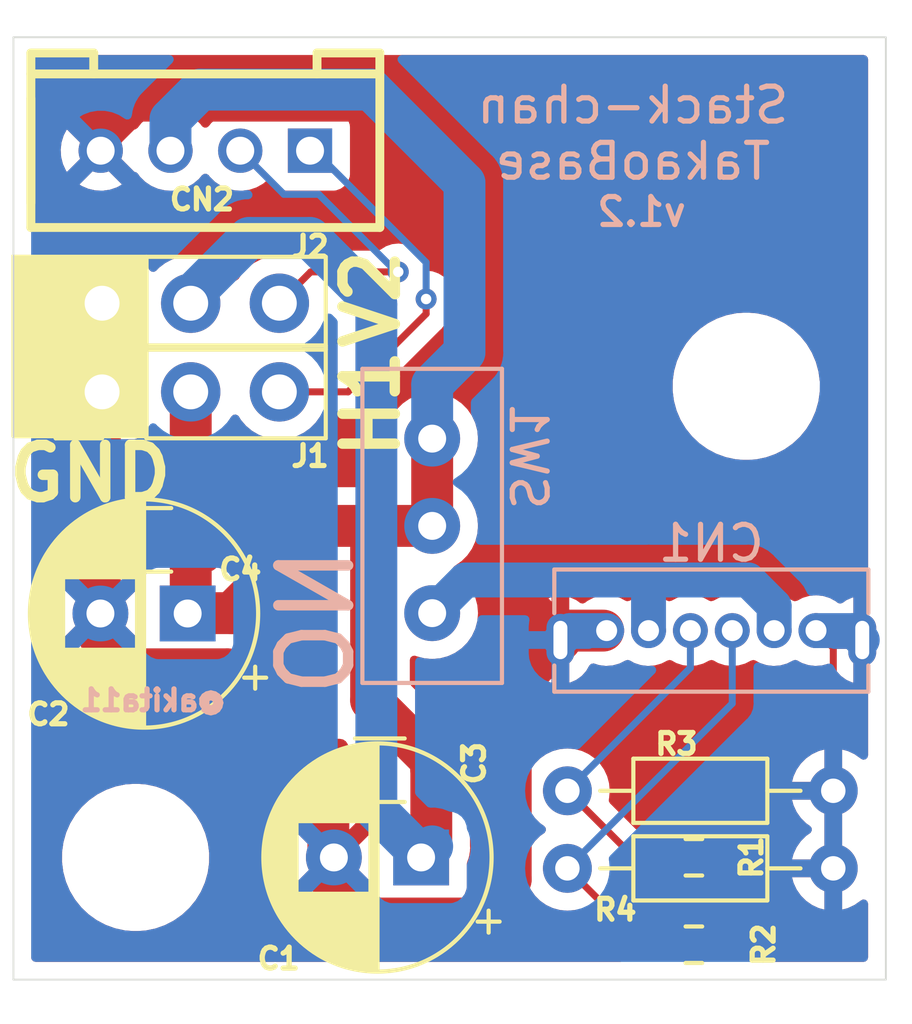
<source format=kicad_pcb>
(kicad_pcb (version 20211014) (generator pcbnew)
  (layers (0 "F.Cu" signal) (31 "B.Cu" signal) (34 "B.Paste" user) (35 "F.Paste" user) (36 "B.SilkS" user "B.Silkscreen") (37 "F.SilkS" user "F.Silkscreen") (38 "B.Mask" user) (39 "F.Mask" user) (44 "Edge.Cuts" user))
  (net 0 "")
  (net 1 "+5V")
  (net 2 "GND")
  (net 3 "/SV1")
  (net 4 "/SV2")
  (net 5 "Net-(R2-Pad1)")
  (net 6 "Net-(SW1-Pad1)")
  (net 7 "Net-(R1-Pad1)")
  (footprint "akita:CON_GROVE_V" (layer "F.Cu") (at 5.5 3.25 180)
    (fp_text reference "CN2" (at -0.9 -1.75 180) (layer "F.SilkS") (effects (font (size 0.6 0.6)) (justify right bottom)))
    (fp_text value "CON_GROVE")
    (fp_line (start -5 -2.2) (end 5 -2.2) (layer "F.SilkS") (width 0.254))
    (fp_line (start 3.2 2.8) (end 5 2.8) (layer "F.SilkS") (width 0.254))
    (fp_line (start -3.2 2.2) (end 3.2 2.2) (layer "F.SilkS") (width 0.254))
    (fp_line (start 3.2 2.2) (end 3.2 2.8) (layer "F.SilkS") (width 0.254))
    (fp_line (start -5 2.2) (end -5 2.8) (layer "F.SilkS") (width 0.254))
    (fp_line (start -3.2 2.8) (end -3.2 2.2) (layer "F.SilkS") (width 0.254))
    (fp_line (start 5 -1.5) (end 5 1.5) (layer "F.SilkS") (width 0.254))
    (fp_line (start -5 -2.2) (end -5 2.2) (layer "F.SilkS") (width 0.254))
    (fp_line (start -5 2.8) (end -3.2 2.8) (layer "F.SilkS") (width 0.254))
    (fp_line (start 5 2.8) (end 5 2.2) (layer "F.SilkS") (width 0.254))
    (fp_line (start -5 2.2) (end -3.2 2.2) (layer "F.SilkS") (width 0.254))
    (fp_line (start 5 2.2) (end 5 -2.2) (layer "F.SilkS") (width 0.254))
    (fp_line (start -5 -1) (end -5 1) (layer "F.SilkS") (width 0.127))
    (fp_line (start 3.2 2.2) (end 5 2.2) (layer "F.SilkS") (width 0.254))
    (pad "1" thru_hole rect locked (at -3 0 180) (size 1.27 1.27) (drill 0.8) (layers *.Cu *.Mask) (net 3 "/SV1"))
    (pad "2" thru_hole circle locked (at -1 0 180) (size 1.27 1.27) (drill 0.8) (layers *.Cu *.Mask) (net 4 "/SV2"))
    (pad "3" thru_hole circle locked (at 1 0 180) (size 1.27 1.27) (drill 0.8) (layers *.Cu *.Mask) (net 1 "+5V"))
    (pad "4" thru_hole circle locked (at 3 0 180) (size 1.27 1.27) (drill 0.8) (layers *.Cu *.Mask) (net 2 "GND"))
  )
  (footprint "Capacitor_SMD:C_1206_3216Metric" (layer "F.Cu") (at 10.5 21 180)
    (fp_text reference "C3" (at -2.7 0.2 90) (layer "F.SilkS") (effects (font (size 0.6 0.6))))
    (fp_text value "100u")
    (fp_line (start -0.711252 -0.91) (end 0.711252 -0.91) (layer "F.SilkS") (width 0.12))
    (fp_line (start -0.711252 0.91) (end 0.711252 0.91) (layer "F.SilkS") (width 0.12))
    (pad "1" smd roundrect locked (at -1.475 0 180) (size 1.15 1.8) (layers "F.Cu" "F.Paste" "F.Mask") (roundrect_rratio 0.2173913043) (net 1 "+5V"))
    (pad "2" smd roundrect locked (at 1.475 0 180) (size 1.15 1.8) (layers "F.Cu" "F.Paste" "F.Mask") (roundrect_rratio 0.2173913043) (net 2 "GND"))
  )
  (footprint "Connector_PinHeader_2.54mm:PinHeader_1x03_P2.54mm_Vertical" (layer "F.Cu") (at 2.54 10.16 90)
    (fp_text reference "J1" (at -1.84 5.96) (layer "F.SilkS") (effects (font (size 0.6 0.6))))
    (fp_text value "Conn_01x03")
    (fp_line (start 1.33 1.27) (end 1.33 6.41) (layer "F.SilkS") (width 0.12))
    (fp_line (start -1.33 -1.33) (end 0 -1.33) (layer "F.SilkS") (width 0.12))
    (fp_line (start -1.33 1.27) (end 1.33 1.27) (layer "F.SilkS") (width 0.12))
    (fp_line (start -1.33 6.41) (end 1.33 6.41) (layer "F.SilkS") (width 0.12))
    (fp_line (start -1.33 0) (end -1.33 -1.33) (layer "F.SilkS") (width 0.12))
    (fp_line (start -1.33 1.27) (end -1.33 6.41) (layer "F.SilkS") (width 0.12))
    (pad "1" thru_hole rect locked (at 0 0 90) (size 1.7 1.7) (drill 1) (layers *.Cu *.Mask) (net 2 "GND"))
    (pad "2" thru_hole oval locked (at 0 2.54 90) (size 1.7 1.7) (drill 1) (layers *.Cu *.Mask) (net 1 "+5V"))
    (pad "3" thru_hole oval locked (at 0 5.08 90) (size 1.7 1.7) (drill 1) (layers *.Cu *.Mask) (net 3 "/SV1"))
  )
  (footprint "Resistor_SMD:R_0603_1608Metric" (layer "F.Cu") (at 19.5 26)
    (fp_text reference "R2" (at 2 0 90) (layer "F.SilkS") (effects (font (size 0.6 0.6))))
    (fp_text value "5.1k")
    (fp_line (start -0.237258 -0.5225) (end 0.237258 -0.5225) (layer "F.SilkS") (width 0.12))
    (fp_line (start -0.237258 0.5225) (end 0.237258 0.5225) (layer "F.SilkS") (width 0.12))
    (pad "1" smd roundrect locked (at -0.825 0) (size 0.8 0.95) (layers "F.Cu" "F.Paste" "F.Mask") (net 5 "Net-(R2-Pad1)"))
    (pad "2" smd roundrect locked (at 0.825 0) (size 0.8 0.95) (layers "F.Cu" "F.Paste" "F.Mask") (net 2 "GND"))
  )
  (footprint "Capacitor_THT:CP_Radial_D6.3mm_P2.50mm" (layer "F.Cu") (at 4.99238 16.51 180)
    (fp_text reference "C2" (at 3.99238 -2.89 180) (layer "F.SilkS") (effects (font (size 0.6 0.6))))
    (fp_text value "100u")
    (fp_line (start 3.211 1.04) (end 3.211 2.578) (layer "F.SilkS") (width 0.12))
    (fp_line (start 2.851 1.04) (end 2.851 2.812) (layer "F.SilkS") (width 0.12))
    (fp_line (start 4.251 -1.262) (end 4.251 1.262) (layer "F.SilkS") (width 0.12))
    (fp_line (start 3.131 1.04) (end 3.131 2.636) (layer "F.SilkS") (width 0.12))
    (fp_line (start 1.25 -3.23) (end 1.25 3.23) (layer "F.SilkS") (width 0.12))
    (fp_line (start 3.691 -2.137) (end 3.691 2.137) (layer "F.SilkS") (width 0.12))
    (fp_line (start 2.371 1.04) (end 2.371 3.033) (layer "F.SilkS") (width 0.12))
    (fp_line (start 2.731 1.04) (end 2.731 2.876) (layer "F.SilkS") (width 0.12))
    (fp_line (start 3.771 -2.044) (end 3.771 2.044) (layer "F.SilkS") (width 0.12))
    (fp_line (start 2.491 1.04) (end 2.491 2.986) (layer "F.SilkS") (width 0.12))
    (fp_line (start 2.371 -3.033) (end 2.371 -1.04) (layer "F.SilkS") (width 0.12))
    (fp_line (start 3.811 -1.995) (end 3.811 1.995) (layer "F.SilkS") (width 0.12))
    (fp_line (start 3.731 -2.092) (end 3.731 2.092) (layer "F.SilkS") (width 0.12))
    (fp_line (start 2.171 -3.098) (end 2.171 -1.04) (layer "F.SilkS") (width 0.12))
    (fp_line (start 1.29 -3.23) (end 1.29 3.23) (layer "F.SilkS") (width 0.12))
    (fp_line (start 1.45 -3.224) (end 1.45 3.224) (layer "F.SilkS") (width 0.12))
    (fp_line (start 1.65 1.04) (end 1.65 3.206) (layer "F.SilkS") (width 0.12))
    (fp_line (start 2.931 1.04) (end 2.931 2.766) (layer "F.SilkS") (width 0.12))
    (fp_line (start 2.691 -2.896) (end 2.691 -1.04) (layer "F.SilkS") (width 0.12))
    (fp_line (start 3.371 1.04) (end 3.371 2.45) (layer "F.SilkS") (width 0.12))
    (fp_line (start 2.611 1.04) (end 2.611 2.934) (layer "F.SilkS") (width 0.12))
    (fp_line (start 2.331 -3.047) (end 2.331 -1.04) (layer "F.SilkS") (width 0.12))
    (fp_line (start 1.57 1.04) (end 1.57 3.215) (layer "F.SilkS") (width 0.12))
    (fp_line (start 2.651 -2.916) (end 2.651 -1.04) (layer "F.SilkS") (width 0.12))
    (fp_line (start 2.131 -3.11) (end 2.131 -1.04) (layer "F.SilkS") (width 0.12))
    (fp_line (start 2.451 -3.002) (end 2.451 -1.04) (layer "F.SilkS") (width 0.12))
    (fp_line (start 3.211 -2.578) (end 3.211 -1.04) (layer "F.SilkS") (width 0.12))
    (fp_line (start 4.211 -1.35) (end 4.211 1.35) (layer "F.SilkS") (width 0.12))
    (fp_line (start 2.291 -3.061) (end 2.291 -1.04) (layer "F.SilkS") (width 0.12))
    (fp_line (start 2.331 1.04) (end 2.331 3.047) (layer "F.SilkS") (width 0.12))
    (fp_line (start 4.051 -1.65) (end 4.051 1.65) (layer "F.SilkS") (width 0.12))
    (fp_line (start 1.69 -3.201) (end 1.69 -1.04) (layer "F.SilkS") (width 0.12))
    (fp_line (start 3.651 -2.182) (end 3.651 2.182) (layer "F.SilkS") (width 0.12))
    (fp_line (start 3.131 -2.636) (end 3.131 -1.04) (layer "F.SilkS") (width 0.12))
    (fp_line (start 1.53 -3.218) (end 1.53 -1.04) (layer "F.SilkS") (width 0.12))
    (fp_line (start 1.93 1.04) (end 1.93 3.159) (layer "F.SilkS") (width 0.12))
    (fp_line (start 3.011 1.04) (end 3.011 2.716) (layer "F.SilkS") (width 0.12))
    (fp_line (start 2.091 -3.121) (end 2.091 -1.04) (layer "F.SilkS") (width 0.12))
    (fp_line (start 2.571 -2.952) (end 2.571 -1.04) (layer "F.SilkS") (width 0.12))
    (fp_line (start 2.971 -2.742) (end 2.971 -1.04) (layer "F.SilkS") (width 0.12))
    (fp_line (start 3.251 1.04) (end 3.251 2.548) (layer "F.SilkS") (width 0.12))
    (fp_line (start 4.411 -0.802) (end 4.411 0.802) (layer "F.SilkS") (width 0.12))
    (fp_line (start 2.731 -2.876) (end 2.731 -1.04) (layer "F.SilkS") (width 0.12))
    (fp_line (start 3.611 -2.224) (end 3.611 2.224) (layer "F.SilkS") (width 0.12))
    (fp_line (start 3.451 1.04) (end 3.451 2.38) (layer "F.SilkS") (width 0.12))
    (fp_line (start 1.73 1.04) (end 1.73 3.195) (layer "F.SilkS") (width 0.12))
    (fp_line (start 4.291 -1.165) (end 4.291 1.165) (layer "F.SilkS") (width 0.12))
    (fp_line (start 1.89 1.04) (end 1.89 3.167) (layer "F.SilkS") (width 0.12))
    (fp_line (start 3.291 -2.516) (end 3.291 -1.04) (layer "F.SilkS") (width 0.12))
    (fp_line (start 2.411 1.04) (end 2.411 3.018) (layer "F.SilkS") (width 0.12))
    (fp_line (start 1.77 -3.189) (end 1.77 -1.04) (layer "F.SilkS") (width 0.12))
    (fp_line (start 1.85 1.04) (end 1.85 3.175) (layer "F.SilkS") (width 0.12))
    (fp_line (start 3.051 1.04) (end 3.051 2.69) (layer "F.SilkS") (width 0.12))
    (fp_line (start 1.61 -3.211) (end 1.61 -1.04) (layer "F.SilkS") (width 0.12))
    (fp_line (start 3.491 1.04) (end 3.491 2.343) (layer "F.SilkS") (width 0.12))
    (fp_line (start 1.81 1.04) (end 1.81 3.182) (layer "F.SilkS") (width 0.12))
    (fp_line (start 3.571 -2.265) (end 3.571 2.265) (layer "F.SilkS") (width 0.12))
    (fp_line (start 3.531 -2.305) (end 3.531 -1.04) (layer "F.SilkS") (width 0.12))
    (fp_line (start 4.451 -0.633) (end 4.451 0.633) (layer "F.SilkS") (width 0.12))
    (fp_line (start 2.251 -3.074) (end 2.251 -1.04) (layer "F.SilkS") (width 0.12))
    (fp_line (start 3.971 -1.776) (end 3.971 1.776) (layer "F.SilkS") (width 0.12))
    (fp_line (start -2.250241 -1.839) (end -1.620241 -1.839) (layer "F.SilkS") (width 0.12))
    (fp_line (start 2.251 1.04) (end 2.251 3.074) (layer "F.SilkS") (width 0.12))
    (fp_line (start 1.73 -3.195) (end 1.73 -1.04) (layer "F.SilkS") (width 0.12))
    (fp_line (start 3.531 1.04) (end 3.531 2.305) (layer "F.SilkS") (width 0.12))
    (fp_line (start 3.171 1.04) (end 3.171 2.607) (layer "F.SilkS") (width 0.12))
    (fp_line (start 4.371 -0.94) (end 4.371 0.94) (layer "F.SilkS") (width 0.12))
    (fp_line (start 3.371 -2.45) (end 3.371 -1.04) (layer "F.SilkS") (width 0.12))
    (fp_line (start 1.69 1.04) (end 1.69 3.201) (layer "F.SilkS") (width 0.12))
    (fp_line (start 2.531 1.04) (end 2.531 2.97) (layer "F.SilkS") (width 0.12))
    (fp_line (start 2.891 1.04) (end 2.891 2.79) (layer "F.SilkS") (width 0.12))
    (fp_line (start 1.971 -3.15) (end 1.971 -1.04) (layer "F.SilkS") (width 0.12))
    (fp_line (start 2.211 1.04) (end 2.211 3.086) (layer "F.SilkS") (width 0.12))
    (fp_line (start 2.531 -2.97) (end 2.531 -1.04) (layer "F.SilkS") (width 0.12))
    (fp_line (start 4.331 -1.059) (end 4.331 1.059) (layer "F.SilkS") (width 0.12))
    (fp_line (start 4.091 -1.581) (end 4.091 1.581) (layer "F.SilkS") (width 0.12))
    (fp_line (start 2.171 1.04) (end 2.171 3.098) (layer "F.SilkS") (width 0.12))
    (fp_line (start 3.051 -2.69) (end 3.051 -1.04) (layer "F.SilkS") (width 0.12))
    (fp_line (start 4.011 -1.714) (end 4.011 1.714) (layer "F.SilkS") (width 0.12))
    (fp_line (start 2.971 1.04) (end 2.971 2.742) (layer "F.SilkS") (width 0.12))
    (fp_line (start 3.931 -1.834) (end 3.931 1.834) (layer "F.SilkS") (width 0.12))
    (fp_line (start 2.211 -3.086) (end 2.211 -1.04) (layer "F.SilkS") (width 0.12))
    (fp_line (start -1.935241 -2.154) (end -1.935241 -1.524) (layer "F.SilkS") (width 0.12))
    (fp_line (start 1.49 -3.222) (end 1.49 -1.04) (layer "F.SilkS") (width 0.12))
    (fp_line (start 1.41 -3.227) (end 1.41 3.227) (layer "F.SilkS") (width 0.12))
    (fp_line (start 1.89 -3.167) (end 1.89 -1.04) (layer "F.SilkS") (width 0.12))
    (fp_line (start 3.331 -2.484) (end 3.331 -1.04) (layer "F.SilkS") (width 0.12))
    (fp_line (start 3.451 -2.38) (end 3.451 -1.04) (layer "F.SilkS") (width 0.12))
    (fp_line (start 2.411 -3.018) (end 2.411 -1.04) (layer "F.SilkS") (width 0.12))
    (fp_line (start 4.131 -1.509) (end 4.131 1.509) (layer "F.SilkS") (width 0.12))
    (fp_line (start 3.251 -2.548) (end 3.251 -1.04) (layer "F.SilkS") (width 0.12))
    (fp_line (start 3.091 1.04) (end 3.091 2.664) (layer "F.SilkS") (width 0.12))
    (fp_line (start 2.131 1.04) (end 2.131 3.11) (layer "F.SilkS") (width 0.12))
    (fp_line (start 1.61 1.04) (end 1.61 3.211) (layer "F.SilkS") (width 0.12))
    (fp_line (start 3.011 -2.716) (end 3.011 -1.04) (layer "F.SilkS") (width 0.12))
    (fp_line (start 4.171 -1.432) (end 4.171 1.432) (layer "F.SilkS") (width 0.12))
    (fp_line (start 1.49 1.04) (end 1.49 3.222) (layer "F.SilkS") (width 0.12))
    (fp_line (start 1.37 -3.228) (end 1.37 3.228) (layer "F.SilkS") (width 0.12))
    (fp_line (start 3.411 1.04) (end 3.411 2.416) (layer "F.SilkS") (width 0.12))
    (fp_line (start 3.091 -2.664) (end 3.091 -1.04) (layer "F.SilkS") (width 0.12))
    (fp_line (start 4.491 -0.402) (end 4.491 0.402) (layer "F.SilkS") (width 0.12))
    (fp_line (start 2.011 -3.141) (end 2.011 -1.04) (layer "F.SilkS") (width 0.12))
    (fp_line (start 1.65 -3.206) (end 1.65 -1.04) (layer "F.SilkS") (width 0.12))
    (fp_line (start 2.051 -3.131) (end 2.051 -1.04) (layer "F.SilkS") (width 0.12))
    (fp_line (start 3.891 -1.89) (end 3.891 1.89) (layer "F.SilkS") (width 0.12))
    (fp_line (start 1.57 -3.215) (end 1.57 -1.04) (layer "F.SilkS") (width 0.12))
    (fp_line (start 1.81 -3.182) (end 1.81 -1.04) (layer "F.SilkS") (width 0.12))
    (fp_line (start 3.411 -2.416) (end 3.411 -1.04) (layer "F.SilkS") (width 0.12))
    (fp_line (start 2.451 1.04) (end 2.451 3.002) (layer "F.SilkS") (width 0.12))
    (fp_line (start 2.891 -2.79) (end 2.891 -1.04) (layer "F.SilkS") (width 0.12))
    (fp_line (start 2.011 1.04) (end 2.011 3.141) (layer "F.SilkS") (width 0.12))
    (fp_line (start 2.811 1.04) (end 2.811 2.834) (layer "F.SilkS") (width 0.12))
    (fp_line (start 2.571 1.04) (end 2.571 2.952) (layer "F.SilkS") (width 0.12))
    (fp_line (start 1.77 1.04) (end 1.77 3.189) (layer "F.SilkS") (width 0.12))
    (fp_line (start 1.85 -3.175) (end 1.85 -1.04) (layer "F.SilkS") (width 0.12))
    (fp_line (start 1.93 -3.159) (end 1.93 -1.04) (layer "F.SilkS") (width 0.12))
    (fp_line (start 2.691 1.04) (end 2.691 2.896) (layer "F.SilkS") (width 0.12))
    (fp_line (start 2.811 -2.834) (end 2.811 -1.04) (layer "F.SilkS") (width 0.12))
    (fp_line (start 3.851 -1.944) (end 3.851 1.944) (layer "F.SilkS") (width 0.12))
    (fp_line (start 2.051 1.04) (end 2.051 3.131) (layer "F.SilkS") (width 0.12))
    (fp_line (start 2.291 1.04) (end 2.291 3.061) (layer "F.SilkS") (width 0.12))
    (fp_line (start 1.53 1.04) (end 1.53 3.218) (layer "F.SilkS") (width 0.12))
    (fp_line (start 1.33 -3.23) (end 1.33 3.23) (layer "F.SilkS") (width 0.12))
    (fp_line (start 2.091 1.04) (end 2.091 3.121) (layer "F.SilkS") (width 0.12))
    (fp_line (start 2.851 -2.812) (end 2.851 -1.04) (layer "F.SilkS") (width 0.12))
    (fp_line (start 2.491 -2.986) (end 2.491 -1.04) (layer "F.SilkS") (width 0.12))
    (fp_line (start 3.291 1.04) (end 3.291 2.516) (layer "F.SilkS") (width 0.12))
    (fp_line (start 2.611 -2.934) (end 2.611 -1.04) (layer "F.SilkS") (width 0.12))
    (fp_line (start 2.771 1.04) (end 2.771 2.856) (layer "F.SilkS") (width 0.12))
    (fp_line (start 2.651 1.04) (end 2.651 2.916) (layer "F.SilkS") (width 0.12))
    (fp_line (start 2.771 -2.856) (end 2.771 -1.04) (layer "F.SilkS") (width 0.12))
    (fp_line (start 2.931 -2.766) (end 2.931 -1.04) (layer "F.SilkS") (width 0.12))
    (fp_line (start 3.331 1.04) (end 3.331 2.484) (layer "F.SilkS") (width 0.12))
    (fp_line (start 3.171 -2.607) (end 3.171 -1.04) (layer "F.SilkS") (width 0.12))
    (fp_line (start 3.491 -2.343) (end 3.491 -1.04) (layer "F.SilkS") (width 0.12))
    (fp_line (start 1.971 1.04) (end 1.971 3.15) (layer "F.SilkS") (width 0.12))
    (fp_circle (center 1.25 0) (end 4.52 0) (layer "F.SilkS") (width 0.12) (fill none))
    (pad "1" thru_hole rect locked (at 0 0 180) (size 1.6 1.6) (drill 0.8) (layers *.Cu *.Mask) (net 1 "+5V"))
    (pad "2" thru_hole circle locked (at 2.5 0 180) (size 1.6 1.6) (drill 0.8) (layers *.Cu *.Mask) (net 2 "GND"))
  )
  (footprint "MountingHole:MountingHole_3.2mm_M3" (layer "F.Cu") (at 21 10)
    (fp_text reference "REF**" hide)
    (fp_text value "MountingHole_3.2mm_M3" hide)
    (pad "" np_thru_hole circle locked (at 0 0) (size 3.2 3.2) (drill 3.2) (layers *.Cu *.Mask))
  )
  (footprint "Resistor_THT:R_Axial_DIN0204_L3.6mm_D1.6mm_P7.62mm_Horizontal" (layer "F.Cu") (at 15.875 21.59)
    (fp_text reference "R3" (at 3.125 -1.34) (layer "F.SilkS") (effects (font (size 0.6 0.6))))
    (fp_text value "5.1k")
    (fp_line (start 5.73 0.92) (end 5.73 -0.92) (layer "F.SilkS") (width 0.12))
    (fp_line (start 5.73 -0.92) (end 1.89 -0.92) (layer "F.SilkS") (width 0.12))
    (fp_line (start 0.94 0) (end 1.89 0) (layer "F.SilkS") (width 0.12))
    (fp_line (start 6.68 0) (end 5.73 0) (layer "F.SilkS") (width 0.12))
    (fp_line (start 1.89 -0.92) (end 1.89 0.92) (layer "F.SilkS") (width 0.12))
    (fp_line (start 1.89 0.92) (end 5.73 0.92) (layer "F.SilkS") (width 0.12))
    (pad "1" thru_hole circle locked (at 0 0) (size 1.4 1.4) (drill 0.7) (layers *.Cu *.Mask) (net 7 "Net-(R1-Pad1)"))
    (pad "2" thru_hole oval locked (at 7.62 0) (size 1.4 1.4) (drill 0.7) (layers *.Cu *.Mask) (net 2 "GND"))
  )
  (footprint "MountingHole:MountingHole_3.2mm_M3" (layer "F.Cu") (at 3.5 23.5)
    (fp_text reference "REF**" hide)
    (fp_text value "MountingHole_3.2mm_M3" hide)
    (pad "" np_thru_hole circle locked (at 0 0) (size 3.2 3.2) (drill 3.2) (layers *.Cu *.Mask))
  )
  (footprint "Resistor_THT:R_Axial_DIN0204_L3.6mm_D1.6mm_P7.62mm_Horizontal" (layer "F.Cu") (at 15.875 23.8125)
    (fp_text reference "R4" (at 1.375 1.1875 180) (layer "F.SilkS") (effects (font (size 0.6 0.6))))
    (fp_text value "5.1k")
    (fp_line (start 5.73 0.92) (end 5.73 -0.92) (layer "F.SilkS") (width 0.12))
    (fp_line (start 0.94 0) (end 1.89 0) (layer "F.SilkS") (width 0.12))
    (fp_line (start 6.68 0) (end 5.73 0) (layer "F.SilkS") (width 0.12))
    (fp_line (start 1.89 -0.92) (end 1.89 0.92) (layer "F.SilkS") (width 0.12))
    (fp_line (start 1.89 0.92) (end 5.73 0.92) (layer "F.SilkS") (width 0.12))
    (fp_line (start 5.73 -0.92) (end 1.89 -0.92) (layer "F.SilkS") (width 0.12))
    (pad "1" thru_hole circle locked (at 0 0) (size 1.4 1.4) (drill 0.7) (layers *.Cu *.Mask) (net 5 "Net-(R2-Pad1)"))
    (pad "2" thru_hole oval locked (at 7.62 0) (size 1.4 1.4) (drill 0.7) (layers *.Cu *.Mask) (net 2 "GND"))
  )
  (footprint "Capacitor_SMD:C_1206_3216Metric" (layer "F.Cu") (at 3.81 14.4 180)
    (fp_text reference "C4" (at -2.69 -0.85) (layer "F.SilkS") (effects (font (size 0.6 0.6))))
    (fp_text value "100u")
    (fp_line (start -0.711252 -0.91) (end 0.711252 -0.91) (layer "F.SilkS") (width 0.12))
    (fp_line (start -0.711252 0.91) (end 0.711252 0.91) (layer "F.SilkS") (width 0.12))
    (pad "1" smd roundrect locked (at -1.475 0 180) (size 1.15 1.8) (layers "F.Cu" "F.Paste" "F.Mask") (roundrect_rratio 0.2173913043) (net 1 "+5V"))
    (pad "2" smd roundrect locked (at 1.475 0 180) (size 1.15 1.8) (layers "F.Cu" "F.Paste" "F.Mask") (roundrect_rratio 0.2173913043) (net 2 "GND"))
  )
  (footprint "Capacitor_THT:CP_Radial_D6.3mm_P2.50mm" (layer "F.Cu") (at 11.68238 23.5 180)
    (fp_text reference "C1" (at 4.08238 -2.9) (layer "F.SilkS") (effects (font (size 0.6 0.6))))
    (fp_text value "100u")
    (fp_line (start 2.651 1.04) (end 2.651 2.916) (layer "F.SilkS") (width 0.12))
    (fp_line (start 1.69 -3.201) (end 1.69 -1.04) (layer "F.SilkS") (width 0.12))
    (fp_line (start 2.891 -2.79) (end 2.891 -1.04) (layer "F.SilkS") (width 0.12))
    (fp_line (start 1.61 1.04) (end 1.61 3.211) (layer "F.SilkS") (width 0.12))
    (fp_line (start 1.85 -3.175) (end 1.85 -1.04) (layer "F.SilkS") (width 0.12))
    (fp_line (start 3.091 -2.664) (end 3.091 -1.04) (layer "F.SilkS") (width 0.12))
    (fp_line (start 4.331 -1.059) (end 4.331 1.059) (layer "F.SilkS") (width 0.12))
    (fp_line (start 3.611 -2.224) (end 3.611 2.224) (layer "F.SilkS") (width 0.12))
    (fp_line (start 2.851 -2.812) (end 2.851 -1.04) (layer "F.SilkS") (width 0.12))
    (fp_line (start 2.691 1.04) (end 2.691 2.896) (layer "F.SilkS") (width 0.12))
    (fp_line (start 3.771 -2.044) (end 3.771 2.044) (layer "F.SilkS") (width 0.12))
    (fp_line (start 2.171 1.04) (end 2.171 3.098) (layer "F.SilkS") (width 0.12))
    (fp_line (start 3.371 -2.45) (end 3.371 -1.04) (layer "F.SilkS") (width 0.12))
    (fp_line (start 1.61 -3.211) (end 1.61 -1.04) (layer "F.SilkS") (width 0.12))
    (fp_line (start 2.091 -3.121) (end 2.091 -1.04) (layer "F.SilkS") (width 0.12))
    (fp_line (start 2.291 -3.061) (end 2.291 -1.04) (layer "F.SilkS") (width 0.12))
    (fp_line (start 3.091 1.04) (end 3.091 2.664) (layer "F.SilkS") (width 0.12))
    (fp_line (start 1.73 -3.195) (end 1.73 -1.04) (layer "F.SilkS") (width 0.12))
    (fp_line (start 3.251 -2.548) (end 3.251 -1.04) (layer "F.SilkS") (width 0.12))
    (fp_line (start 2.891 1.04) (end 2.891 2.79) (layer "F.SilkS") (width 0.12))
    (fp_line (start 2.491 1.04) (end 2.491 2.986) (layer "F.SilkS") (width 0.12))
    (fp_line (start 1.65 1.04) (end 1.65 3.206) (layer "F.SilkS") (width 0.12))
    (fp_line (start 1.77 1.04) (end 1.77 3.189) (layer "F.SilkS") (width 0.12))
    (fp_line (start 4.091 -1.581) (end 4.091 1.581) (layer "F.SilkS") (width 0.12))
    (fp_line (start 4.171 -1.432) (end 4.171 1.432) (layer "F.SilkS") (width 0.12))
    (fp_line (start 2.051 1.04) (end 2.051 3.131) (layer "F.SilkS") (width 0.12))
    (fp_line (start 2.411 1.04) (end 2.411 3.018) (layer "F.SilkS") (width 0.12))
    (fp_line (start 3.211 1.04) (end 3.211 2.578) (layer "F.SilkS") (width 0.12))
    (fp_line (start 4.411 -0.802) (end 4.411 0.802) (layer "F.SilkS") (width 0.12))
    (fp_line (start 1.93 -3.159) (end 1.93 -1.04) (layer "F.SilkS") (width 0.12))
    (fp_line (start 2.731 -2.876) (end 2.731 -1.04) (layer "F.SilkS") (width 0.12))
    (fp_line (start 3.531 1.04) (end 3.531 2.305) (layer "F.SilkS") (width 0.12))
    (fp_line (start 4.251 -1.262) (end 4.251 1.262) (layer "F.SilkS") (width 0.12))
    (fp_line (start 3.651 -2.182) (end 3.651 2.182) (layer "F.SilkS") (width 0.12))
    (fp_line (start 2.771 -2.856) (end 2.771 -1.04) (layer "F.SilkS") (width 0.12))
    (fp_line (start 4.131 -1.509) (end 4.131 1.509) (layer "F.SilkS") (width 0.12))
    (fp_line (start 2.091 1.04) (end 2.091 3.121) (layer "F.SilkS") (width 0.12))
    (fp_line (start 2.971 -2.742) (end 2.971 -1.04) (layer "F.SilkS") (width 0.12))
    (fp_line (start 3.411 1.04) (end 3.411 2.416) (layer "F.SilkS") (width 0.12))
    (fp_line (start 1.57 -3.215) (end 1.57 -1.04) (layer "F.SilkS") (width 0.12))
    (fp_line (start 2.491 -2.986) (end 2.491 -1.04) (layer "F.SilkS") (width 0.12))
    (fp_line (start 2.131 -3.11) (end 2.131 -1.04) (layer "F.SilkS") (width 0.12))
    (fp_line (start 2.971 1.04) (end 2.971 2.742) (layer "F.SilkS") (width 0.12))
    (fp_line (start 3.571 -2.265) (end 3.571 2.265) (layer "F.SilkS") (width 0.12))
    (fp_line (start 3.171 -2.607) (end 3.171 -1.04) (layer "F.SilkS") (width 0.12))
    (fp_line (start 2.171 -3.098) (end 2.171 -1.04) (layer "F.SilkS") (width 0.12))
    (fp_line (start 1.81 -3.182) (end 1.81 -1.04) (layer "F.SilkS") (width 0.12))
    (fp_line (start 3.971 -1.776) (end 3.971 1.776) (layer "F.SilkS") (width 0.12))
    (fp_line (start 2.691 -2.896) (end 2.691 -1.04) (layer "F.SilkS") (width 0.12))
    (fp_line (start 2.011 -3.141) (end 2.011 -1.04) (layer "F.SilkS") (width 0.12))
    (fp_line (start 2.931 -2.766) (end 2.931 -1.04) (layer "F.SilkS") (width 0.12))
    (fp_line (start 2.331 1.04) (end 2.331 3.047) (layer "F.SilkS") (width 0.12))
    (fp_line (start 1.65 -3.206) (end 1.65 -1.04) (layer "F.SilkS") (width 0.12))
    (fp_line (start 1.85 1.04) (end 1.85 3.175) (layer "F.SilkS") (width 0.12))
    (fp_line (start -2.250241 -1.839) (end -1.620241 -1.839) (layer "F.SilkS") (width 0.12))
    (fp_line (start 1.53 1.04) (end 1.53 3.218) (layer "F.SilkS") (width 0.12))
    (fp_line (start 3.731 -2.092) (end 3.731 2.092) (layer "F.SilkS") (width 0.12))
    (fp_line (start 3.331 -2.484) (end 3.331 -1.04) (layer "F.SilkS") (width 0.12))
    (fp_line (start 3.291 1.04) (end 3.291 2.516) (layer "F.SilkS") (width 0.12))
    (fp_line (start -1.935241 -2.154) (end -1.935241 -1.524) (layer "F.SilkS") (width 0.12))
    (fp_line (start 3.011 1.04) (end 3.011 2.716) (layer "F.SilkS") (width 0.12))
    (fp_line (start 3.171 1.04) (end 3.171 2.607) (layer "F.SilkS") (width 0.12))
    (fp_line (start 2.651 -2.916) (end 2.651 -1.04) (layer "F.SilkS") (width 0.12))
    (fp_line (start 3.211 -2.578) (end 3.211 -1.04) (layer "F.SilkS") (width 0.12))
    (fp_line (start 3.331 1.04) (end 3.331 2.484) (layer "F.SilkS") (width 0.12))
    (fp_line (start 2.051 -3.131) (end 2.051 -1.04) (layer "F.SilkS") (width 0.12))
    (fp_line (start 1.33 -3.23) (end 1.33 3.23) (layer "F.SilkS") (width 0.12))
    (fp_line (start 3.691 -2.137) (end 3.691 2.137) (layer "F.SilkS") (width 0.12))
    (fp_line (start 2.371 -3.033) (end 2.371 -1.04) (layer "F.SilkS") (width 0.12))
    (fp_line (start 1.53 -3.218) (end 1.53 -1.04) (layer "F.SilkS") (width 0.12))
    (fp_line (start 4.451 -0.633) (end 4.451 0.633) (layer "F.SilkS") (width 0.12))
    (fp_line (start 2.571 1.04) (end 2.571 2.952) (layer "F.SilkS") (width 0.12))
    (fp_line (start 2.531 -2.97) (end 2.531 -1.04) (layer "F.SilkS") (width 0.12))
    (fp_line (start 2.811 -2.834) (end 2.811 -1.04) (layer "F.SilkS") (width 0.12))
    (fp_line (start 3.931 -1.834) (end 3.931 1.834) (layer "F.SilkS") (width 0.12))
    (fp_line (start 4.051 -1.65) (end 4.051 1.65) (layer "F.SilkS") (width 0.12))
    (fp_line (start 2.371 1.04) (end 2.371 3.033) (layer "F.SilkS") (width 0.12))
    (fp_line (start 3.451 -2.38) (end 3.451 -1.04) (layer "F.SilkS") (width 0.12))
    (fp_line (start 1.49 1.04) (end 1.49 3.222) (layer "F.SilkS") (width 0.12))
    (fp_line (start 3.531 -2.305) (end 3.531 -1.04) (layer "F.SilkS") (width 0.12))
    (fp_line (start 3.131 1.04) (end 3.131 2.636) (layer "F.SilkS") (width 0.12))
    (fp_line (start 3.131 -2.636) (end 3.131 -1.04) (layer "F.SilkS") (width 0.12))
    (fp_line (start 3.051 -2.69) (end 3.051 -1.04) (layer "F.SilkS") (width 0.12))
    (fp_line (start 2.571 -2.952) (end 2.571 -1.04) (layer "F.SilkS") (width 0.12))
    (fp_line (start 1.971 1.04) (end 1.971 3.15) (layer "F.SilkS") (width 0.12))
    (fp_line (start 3.891 -1.89) (end 3.891 1.89) (layer "F.SilkS") (width 0.12))
    (fp_line (start 1.41 -3.227) (end 1.41 3.227) (layer "F.SilkS") (width 0.12))
    (fp_line (start 2.771 1.04) (end 2.771 2.856) (layer "F.SilkS") (width 0.12))
    (fp_line (start 3.491 -2.343) (end 3.491 -1.04) (layer "F.SilkS") (width 0.12))
    (fp_line (start 1.89 -3.167) (end 1.89 -1.04) (layer "F.SilkS") (width 0.12))
    (fp_line (start 2.291 1.04) (end 2.291 3.061) (layer "F.SilkS") (width 0.12))
    (fp_line (start 1.93 1.04) (end 1.93 3.159) (layer "F.SilkS") (width 0.12))
    (fp_line (start 1.89 1.04) (end 1.89 3.167) (layer "F.SilkS") (width 0.12))
    (fp_line (start 2.331 -3.047) (end 2.331 -1.04) (layer "F.SilkS") (width 0.12))
    (fp_line (start 2.251 -3.074) (end 2.251 -1.04) (layer "F.SilkS") (width 0.12))
    (fp_line (start 1.37 -3.228) (end 1.37 3.228) (layer "F.SilkS") (width 0.12))
    (fp_line (start 2.131 1.04) (end 2.131 3.11) (layer "F.SilkS") (width 0.12))
    (fp_line (start 4.011 -1.714) (end 4.011 1.714) (layer "F.SilkS") (width 0.12))
    (fp_line (start 1.81 1.04) (end 1.81 3.182) (layer "F.SilkS") (width 0.12))
    (fp_line (start 1.49 -3.222) (end 1.49 -1.04) (layer "F.SilkS") (width 0.12))
    (fp_line (start 1.971 -3.15) (end 1.971 -1.04) (layer "F.SilkS") (width 0.12))
    (fp_line (start 2.931 1.04) (end 2.931 2.766) (layer "F.SilkS") (width 0.12))
    (fp_line (start 3.811 -1.995) (end 3.811 1.995) (layer "F.SilkS") (width 0.12))
    (fp_line (start 1.45 -3.224) (end 1.45 3.224) (layer "F.SilkS") (width 0.12))
    (fp_line (start 2.451 1.04) (end 2.451 3.002) (layer "F.SilkS") (width 0.12))
    (fp_line (start 2.251 1.04) (end 2.251 3.074) (layer "F.SilkS") (width 0.12))
    (fp_line (start 3.371 1.04) (end 3.371 2.45) (layer "F.SilkS") (width 0.12))
    (fp_line (start 3.411 -2.416) (end 3.411 -1.04) (layer "F.SilkS") (width 0.12))
    (fp_line (start 3.051 1.04) (end 3.051 2.69) (layer "F.SilkS") (width 0.12))
    (fp_line (start 4.371 -0.94) (end 4.371 0.94) (layer "F.SilkS") (width 0.12))
    (fp_line (start 1.25 -3.23) (end 1.25 3.23) (layer "F.SilkS") (width 0.12))
    (fp_line (start 1.29 -3.23) (end 1.29 3.23) (layer "F.SilkS") (width 0.12))
    (fp_line (start 1.77 -3.189) (end 1.77 -1.04) (layer "F.SilkS") (width 0.12))
    (fp_line (start 1.73 1.04) (end 1.73 3.195) (layer "F.SilkS") (width 0.12))
    (fp_line (start 4.211 -1.35) (end 4.211 1.35) (layer "F.SilkS") (width 0.12))
    (fp_line (start 2.611 1.04) (end 2.611 2.934) (layer "F.SilkS") (width 0.12))
    (fp_line (start 2.011 1.04) (end 2.011 3.141) (layer "F.SilkS") (width 0.12))
    (fp_line (start 2.851 1.04) (end 2.851 2.812) (layer "F.SilkS") (width 0.12))
    (fp_line (start 4.291 -1.165) (end 4.291 1.165) (layer "F.SilkS") (width 0.12))
    (fp_line (start 2.611 -2.934) (end 2.611 -1.04) (layer "F.SilkS") (width 0.12))
    (fp_line (start 1.57 1.04) (end 1.57 3.215) (layer "F.SilkS") (width 0.12))
    (fp_line (start 2.211 -3.086) (end 2.211 -1.04) (layer "F.SilkS") (width 0.12))
    (fp_line (start 2.531 1.04) (end 2.531 2.97) (layer "F.SilkS") (width 0.12))
    (fp_line (start 2.411 -3.018) (end 2.411 -1.04) (layer "F.SilkS") (width 0.12))
    (fp_line (start 3.291 -2.516) (end 3.291 -1.04) (layer "F.SilkS") (width 0.12))
    (fp_line (start 2.451 -3.002) (end 2.451 -1.04) (layer "F.SilkS") (width 0.12))
    (fp_line (start 1.69 1.04) (end 1.69 3.201) (layer "F.SilkS") (width 0.12))
    (fp_line (start 3.251 1.04) (end 3.251 2.548) (layer "F.SilkS") (width 0.12))
    (fp_line (start 3.491 1.04) (end 3.491 2.343) (layer "F.SilkS") (width 0.12))
    (fp_line (start 2.731 1.04) (end 2.731 2.876) (layer "F.SilkS") (width 0.12))
    (fp_line (start 3.451 1.04) (end 3.451 2.38) (layer "F.SilkS") (width 0.12))
    (fp_line (start 3.851 -1.944) (end 3.851 1.944) (layer "F.SilkS") (width 0.12))
    (fp_line (start 2.811 1.04) (end 2.811 2.834) (layer "F.SilkS") (width 0.12))
    (fp_line (start 2.211 1.04) (end 2.211 3.086) (layer "F.SilkS") (width 0.12))
    (fp_line (start 3.011 -2.716) (end 3.011 -1.04) (layer "F.SilkS") (width 0.12))
    (fp_line (start 4.491 -0.402) (end 4.491 0.402) (layer "F.SilkS") (width 0.12))
    (fp_circle (center 1.25 0) (end 4.52 0) (layer "F.SilkS") (width 0.12) (fill none))
    (pad "1" thru_hole rect locked (at 0 0 180) (size 1.6 1.6) (drill 0.8) (layers *.Cu *.Mask) (net 1 "+5V"))
    (pad "2" thru_hole circle locked (at 2.5 0 180) (size 1.6 1.6) (drill 0.8) (layers *.Cu *.Mask) (net 2 "GND"))
  )
  (footprint "Resistor_SMD:R_0603_1608Metric" (layer "F.Cu") (at 19.5 23.495)
    (fp_text reference "R1" (at 1.65 0.005 90) (layer "F.SilkS") (effects (font (size 0.6 0.6))))
    (fp_text value "5.1k")
    (fp_line (start -0.237258 -0.5225) (end 0.237258 -0.5225) (layer "F.SilkS") (width 0.12))
    (fp_line (start -0.237258 0.5225) (end 0.237258 0.5225) (layer "F.SilkS") (width 0.12))
    (pad "1" smd roundrect locked (at -0.825 0) (size 0.8 0.95) (layers "F.Cu" "F.Paste" "F.Mask") (net 7 "Net-(R1-Pad1)"))
    (pad "2" smd roundrect locked (at 0.825 0) (size 0.8 0.95) (layers "F.Cu" "F.Paste" "F.Mask") (net 2 "GND"))
  )
  (footprint "Connector_PinHeader_2.54mm:PinHeader_1x03_P2.54mm_Vertical" (layer "F.Cu") (at 2.54 7.62 90)
    (fp_text reference "J2" (at 1.62 5.96 180) (layer "F.SilkS") (effects (font (size 0.6 0.6))))
    (fp_text value "Conn_01x03")
    (fp_line (start -1.33 1.27) (end -1.33 6.41) (layer "F.SilkS") (width 0.12))
    (fp_line (start -1.33 6.41) (end 1.33 6.41) (layer "F.SilkS") (width 0.12))
    (fp_line (start -1.33 1.27) (end 1.33 1.27) (layer "F.SilkS") (width 0.12))
    (fp_line (start -1.33 0) (end -1.33 -1.33) (layer "F.SilkS") (width 0.12))
    (fp_line (start 1.33 1.27) (end 1.33 6.41) (layer "F.SilkS") (width 0.12))
    (fp_line (start -1.33 -1.33) (end 0 -1.33) (layer "F.SilkS") (width 0.12))
    (pad "1" thru_hole rect locked (at 0 0 90) (size 1.7 1.7) (drill 1) (layers *.Cu *.Mask) (net 2 "GND"))
    (pad "2" thru_hole oval locked (at 0 2.54 90) (size 1.7 1.7) (drill 1) (layers *.Cu *.Mask) (net 1 "+5V"))
    (pad "3" thru_hole oval locked (at 0 5.08 90) (size 1.7 1.7) (drill 1) (layers *.Cu *.Mask) (net 4 "/SV2"))
  )
  (footprint "akita:SW_SPDT_9x4mm_W2.5mm" (layer "B.Cu") (at 12 14 90)
    (fp_text reference "SW1" (at 2 2.75 270 unlocked) (layer "B.SilkS") (effects (justify mirror)))
    (fp_text value "SW_SPDT")
    (fp_line (start 4.5 2) (end 4.5 -2) (layer "B.SilkS") (width 0.12))
    (fp_line (start -4.5 -2) (end -4.5 2) (layer "B.SilkS") (width 0.12))
    (fp_line (start 4.5 -2) (end -4.5 -2) (layer "B.SilkS") (width 0.12))
    (fp_line (start -4.5 2) (end 4.5 2) (layer "B.SilkS") (width 0.12))
    (pad "1" thru_hole circle (at -2.5 0 90) (size 1.6 1.6) (drill 0.8) (layers *.Cu *.Mask) (net 6 "Net-(SW1-Pad1)"))
    (pad "2" thru_hole circle (at 0 0 90) (size 1.6 1.6) (drill 0.8) (layers *.Cu *.Mask) (net 1 "+5V"))
    (pad "3" thru_hole circle (at 2.5 0 90) (size 1.6 1.6) (drill 0.8) (layers *.Cu *.Mask) (net 1 "+5V"))
  )
  (footprint "akita:USB-C_6P_V_TH" (layer "B.Cu") (at 20 17 180)
    (fp_text reference "CN1" (at 0 2.5 unlocked) (layer "B.SilkS") (effects (justify mirror)))
    (fp_text value "CON_USB-C-6")
    (fp_line (start 4.5 -1.75) (end 4.5 -1) (layer "B.SilkS") (width 0.12))
    (fp_line (start -4.5 -1.75) (end 4.5 -1.75) (layer "B.SilkS") (width 0.12))
    (fp_line (start -4.5 1.75) (end -4.5 0.5) (layer "B.SilkS") (width 0.12))
    (fp_line (start -4.5 -1) (end -4.5 -1.75) (layer "B.SilkS") (width 0.12))
    (fp_line (start -4.5 1.75) (end 4.5 1.75) (layer "B.SilkS") (width 0.12))
    (fp_line (start 4.5 1.75) (end 4.5 0.5) (layer "B.SilkS") (width 0.12))
    (pad "A5" thru_hole circle (at -0.6 0 180) (size 1 1) (drill 0.6) (layers *.Cu *.Mask) (net 5 "Net-(R2-Pad1)"))
    (pad "A9" thru_hole circle (at -1.8 0 180) (size 1 1) (drill 0.6) (layers *.Cu *.Mask) (net 6 "Net-(SW1-Pad1)"))
    (pad "A12" thru_hole circle (at -3 0 180) (size 1 1) (drill 0.6) (layers *.Cu *.Mask) (net 2 "GND"))
    (pad "B5" thru_hole circle (at 0.6 0 180) (size 1 1) (drill 0.6) (layers *.Cu *.Mask) (net 7 "Net-(R1-Pad1)"))
    (pad "B9" thru_hole circle (at 1.8 0 180) (size 1 1) (drill 0.6) (layers *.Cu *.Mask) (net 6 "Net-(SW1-Pad1)"))
    (pad "B12" thru_hole circle (at 3 0 180) (size 1 1) (drill 0.6) (layers *.Cu *.Mask) (net 2 "GND"))
    (pad "FG" thru_hole oval (at -4.325 -0.27 180) (size 0.8 1.5) (drill oval 0.4 1.1) (layers *.Cu *.Mask) (net 2 "GND"))
    (pad "FG" thru_hole oval (at 4.325 -0.27 180) (size 0.8 1.5) (drill oval 0.4 1.1) (layers *.Cu *.Mask) (net 2 "GND"))
  )
  (gr_rect (start 3.81 6.29) (end 0 11.43) (layer "F.SilkS") (width 0.12) (fill solid))
  (gr_line (start 0 27) (end 25 27) (layer "Edge.Cuts") (width 0.05))
  (gr_line (start 0 0) (end 0 27) (layer "Edge.Cuts") (width 0.05))
  (gr_line (start 25 27) (end 25 0) (layer "Edge.Cuts") (width 0.05))
  (gr_line (start 0 0) (end 25 0) (layer "Edge.Cuts") (width 0.05))
  (gr_text "v1.2" (at 18 5) (layer "B.SilkS") (effects (font (size 0.8 0.8)) (justify mirror)))
  (gr_text "Stack-chan\nTakaoBase" (at 17.75 2.75) (layer "B.SilkS") (effects (font (size 1 1)) (justify mirror)))
  (gr_text "@akita11" (at 4 19) (layer "B.SilkS") (effects (font (size 0.6 0.6)) (justify mirror)))
  (gr_text "ON" (at 8.5 16.75 -90) (layer "B.SilkS") (effects (font (size 2 2) (thickness 0.3)) (justify mirror)))
  (gr_text "V2\n" (at 10.25 7.5 90) (layer "F.SilkS") (effects (font (size 1.5 1.5) (thickness 0.3))))
  (gr_text "H1" (at 10.25 10.5 90) (layer "F.SilkS") (effects (font (size 1.5 1.5) (thickness 0.3))))
  (gr_text "GND" (at 2.2 12.5) (layer "F.SilkS") (effects (font (size 1.5 1.5) (thickness 0.3))))
  (segment (start 11.975 23.20738) (end 11.68238 23.5) (width 1.2) (layer "F.Cu") (net 1))
  (segment (start 11.68238 21.29262) (end 11.68238 23.5) (width 0.4) (layer "F.Cu") (net 1))
  (segment (start 10.25 19) (end 10.25 14) (width 1.2) (layer "F.Cu") (net 1))
  (segment (start 12 14) (end 8.75 14) (width 1.2) (layer "F.Cu") (net 1))
  (segment (start 11.975 21) (end 11.975 23.20738) (width 1.2) (layer "F.Cu") (net 1))
  (segment (start 6.25 16.5) (end 5.25 16.5) (width 1.2) (layer "F.Cu") (net 1))
  (segment (start 11.975 21) (end 11.975 20.725) (width 1.2) (layer "F.Cu") (net 1))
  (segment (start 11.975 21) (end 11.975 20.475) (width 1.2) (layer "F.Cu") (net 1))
  (segment (start 5.08 10.16) (end 5.08 16.42) (width 1.2) (layer "F.Cu") (net 1))
  (segment (start 8.75 14) (end 6.25 16.5) (width 1.2) (layer "F.Cu") (net 1))
  (segment (start 11.975 21) (end 11.68238 21.29262) (width 0.4) (layer "F.Cu") (net 1))
  (segment (start 5.08 16.42) (end 5 16.5) (width 1.2) (layer "F.Cu") (net 1))
  (segment (start 11.975 20.725) (end 10.25 19) (width 1.2) (layer "F.Cu") (net 1))
  (segment (start 12 11.5) (end 12 14) (width 1.2) (layer "F.Cu") (net 1))
  (segment (start 12.925901 9.019155) (end 12 9.945056) (width 1.2) (layer "B.Cu") (net 1))
  (segment (start 10.400489 7.650489) (end 8.5 5.75) (width 1.2) (layer "B.Cu") (net 1))
  (segment (start 11.68238 23.5) (end 12 23.18238) (width 1.2) (layer "B.Cu") (net 1))
  (segment (start 5.351975 1.5) (end 10.25 1.5) (width 1.2) (layer "B.Cu") (net 1))
  (segment (start 6.75 5.75) (end 5 7.5) (width 1.2) (layer "B.Cu") (net 1))
  (segment (start 8.5 5.75) (end 6.75 5.75) (width 1.2) (layer "B.Cu") (net 1))
  (segment (start 10.25 1.5) (end 12.925901 4.175901) (width 1.2) (layer "B.Cu") (net 1))
  (segment (start 12.925901 4.175901) (end 12.925901 9.019155) (width 1.2) (layer "B.Cu") (net 1))
  (segment (start 10.400489 22.150489) (end 10.400489 7.650489) (width 1.2) (layer "B.Cu") (net 1))
  (segment (start 11.93238 23.25) (end 11.68238 23.5) (width 0.4) (layer "B.Cu") (net 1))
  (segment (start 11.75 23.5) (end 10.400489 22.150489) (width 1.2) (layer "B.Cu") (net 1))
  (segment (start 4.5 2.351975) (end 5.351975 1.5) (width 1.2) (layer "B.Cu") (net 1))
  (segment (start 12 9.945056) (end 12 11.5) (width 1.2) (layer "B.Cu") (net 1))
  (segment (start 4.5 3.25) (end 4.5 2.351975) (width 1.2) (layer "B.Cu") (net 1))
  (segment (start 11.68238 23.31762) (end 11.68238 23.5) (width 0.4) (layer "B.Cu") (net 1))
  (segment (start 13.131402 25.25) (end 14.25 24.131402) (width 1.2) (layer "F.Cu") (net 2))
  (segment (start 14.5 5) (end 14.5 16.095) (width 1.2) (layer "F.Cu") (net 2))
  (segment (start 15.405 17) (end 16.900489 17) (width 1.2) (layer "F.Cu") (net 2))
  (segment (start 14.5 16.095) (end 15.405 17) (width 1.2) (layer "F.Cu") (net 2))
  (segment (start 23.495 21.59) (end 23.495 17.495) (width 0.2) (layer "F.Cu") (net 2))
  (segment (start 23.495 23.8125) (end 23.495 21.59) (width 0.2) (layer "F.Cu") (net 2))
  (segment (start 6.134511 18.109511) (end 9.025 21) (width 1.2) (layer "F.Cu") (net 2))
  (segment (start 9.025 23.34262) (end 9.18238 23.5) (width 1.2) (layer "F.Cu") (net 2))
  (segment (start 20.325 23.495) (end 20.6425 23.8125) (width 0.2) (layer "F.Cu") (net 2))
  (segment (start 3.392869 18.109511) (end 6.134511 18.109511) (width 1.2) (layer "F.Cu") (net 2))
  (segment (start 20.6425 23.8125) (end 23.495 23.8125) (width 0.2) (layer "F.Cu") (net 2))
  (segment (start 3.036486 1.815489) (end 11.315489 1.815489) (width 1.2) (layer "F.Cu") (net 2))
  (segment (start 9.025 20.975) (end 9.025 21) (width 1.2) (layer "F.Cu") (net 2))
  (segment (start 9.18238 24.43238) (end 10 25.25) (width 1.2) (layer "F.Cu") (net 2))
  (segment (start 9.18238 23.5) (end 9.18238 24.43238) (width 1.2) (layer "F.Cu") (net 2))
  (segment (start 11.315489 1.815489) (end 14.5 5) (width 1.2) (layer "F.Cu") (net 2))
  (segment (start 23.495 17.495) (end 23 17) (width 0.2) (layer "F.Cu") (net 2))
  (segment (start 2.5 2.351975) (end 3.036486 1.815489) (width 1.2) (layer "F.Cu") (net 2))
  (segment (start 9.025 21) (end 9.025 23.34262) (width 1.2) (layer "F.Cu") (net 2))
  (segment (start 14.25 18.695) (end 15.675 17.27) (width 1.2) (layer "F.Cu") (net 2))
  (segment (start 10 25.25) (end 13.131402 25.25) (width 1.2) (layer "F.Cu") (net 2))
  (segment (start 20.325 26) (end 20.325 23.495) (width 0.2) (layer "F.Cu") (net 2))
  (segment (start 2.5 3.25) (end 2.5 2.351975) (width 1.2) (layer "F.Cu") (net 2))
  (segment (start 14.25 24.131402) (end 14.25 18.695) (width 1.2) (layer "F.Cu") (net 2))
  (segment (start 2.475 7.75) (end 2.475 17.191642) (width 1.2) (layer "F.Cu") (net 2))
  (segment (start 2.475 17.191642) (end 3.392869 18.109511) (width 1.2) (layer "F.Cu") (net 2))
  (segment (start 17 17) (end 15.945 17) (width 1) (layer "B.Cu") (net 2))
  (segment (start 24.055 17) (end 24.325 17.27) (width 1) (layer "B.Cu") (net 2))
  (segment (start 23 17) (end 24.055 17) (width 1) (layer "B.Cu") (net 2))
  (segment (start 15.945 17) (end 15.675 17.27) (width 1) (layer "B.Cu") (net 2))
  (segment (start 9.59 10.16) (end 7.62 10.16) (width 0.2) (layer "F.Cu") (net 3))
  (segment (start 11.82639 7.92361) (end 9.59 10.16) (width 0.2) (layer "F.Cu") (net 3))
  (segment (start 11.82639 7.5) (end 11.82639 7.92361) (width 0.2) (layer "F.Cu") (net 3))
  (via (at 11.82639 7.5) (size 0.6) (drill 0.3) (layers "F.Cu" "B.Cu") (net 3))
  (segment (start 8.625 3.25) (end 8.5 3.25) (width 0.2) (layer "B.Cu") (net 3))
  (segment (start 11.82639 6.45139) (end 8.625 3.25) (width 0.2) (layer "B.Cu") (net 3))
  (segment (start 11.82639 7.5) (end 11.82639 6.45139) (width 0.2) (layer "B.Cu") (net 3))
  (segment (start 11.027464 6.722536) (end 8.517464 6.722536) (width 0.2) (layer "F.Cu") (net 4))
  (segment (start 8.517464 6.722536) (end 7.62 7.62) (width 0.2) (layer "F.Cu") (net 4))
  (via (at 11.027464 6.722536) (size 0.6) (drill 0.3) (layers "F.Cu" "B.Cu") (net 4))
  (segment (start 7.75 4.5) (end 6.5 3.25) (width 0.2) (layer "B.Cu") (net 4))
  (segment (start 10.972536 6.722536) (end 8.75 4.5) (width 0.2) (layer "B.Cu") (net 4))
  (segment (start 8.75 4.5) (end 7.75 4.5) (width 0.2) (layer "B.Cu") (net 4))
  (segment (start 11.027464 6.722536) (end 10.972536 6.722536) (width 0.2) (layer "B.Cu") (net 4))
  (segment (start 18.0625 26) (end 15.875 23.8125) (width 0.2) (layer "F.Cu") (net 5))
  (segment (start 18.675 26) (end 18.0625 26) (width 0.2) (layer "F.Cu") (net 5))
  (segment (start 20.6 17) (end 20.6 19.0875) (width 0.2) (layer "B.Cu") (net 5))
  (segment (start 20.6 19.0875) (end 15.875 23.8125) (width 0.2) (layer "B.Cu") (net 5))
  (segment (start 18.2 17) (end 18.2 15.55) (width 1) (layer "B.Cu") (net 6))
  (segment (start 21.8 16.292894) (end 21.057106 15.55) (width 1) (layer "B.Cu") (net 6))
  (segment (start 18.2 15.55) (end 12.95 15.55) (width 1) (layer "B.Cu") (net 6))
  (segment (start 21.8 17) (end 21.8 16.292894) (width 1) (layer "B.Cu") (net 6))
  (segment (start 21.057106 15.55) (end 18.2 15.55) (width 1) (layer "B.Cu") (net 6))
  (segment (start 12.95 15.55) (end 12 16.5) (width 1) (layer "B.Cu") (net 6))
  (segment (start 18.675 23.495) (end 17.78 23.495) (width 0.2) (layer "F.Cu") (net 7))
  (segment (start 17.78 23.495) (end 15.875 21.59) (width 0.2) (layer "F.Cu") (net 7))
  (segment (start 19.4 17) (end 19.4 18.065) (width 0.2) (layer "B.Cu") (net 7))
  (segment (start 19.4 18.065) (end 15.875 21.59) (width 0.2) (layer "B.Cu") (net 7))
  (zone (net 2) (net_name "GND") (layers F&B.Cu) (connect_pads (clearance 0.508)) (min_thickness 0.254) (fill yes (thermal_gap 0.508) (thermal_bridge_width 0.508))
    (polygon (pts (xy 25 27) (xy 0 27) (xy 0 0) (xy 25 0)))
  )
)
</source>
